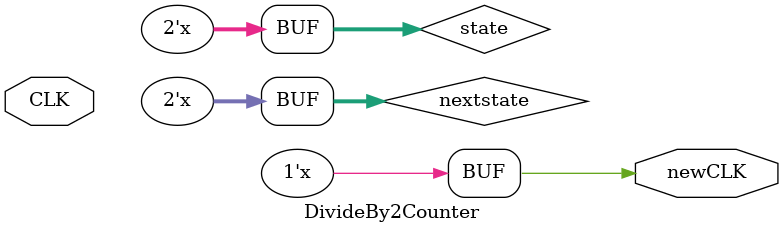
<source format=v>
`timescale 1ns / 1ps

module DivideBy10Counter (CLK, newCLK);
    input CLK;
    output reg newCLK;
    reg [3:0] state = 4'b0000, nextstate= 4'b0000;
    parameter S0=4'b0, S1=4'b1, S2=4'b10, S3=4'b11, S4=4'b100, S5=4'b101, S6=4'b110, S7=4'b111,
           S8=4'b1000, S9=4'b1001, S10=4'b1010, S11=4'b1011, S12=4'b1100, S13=4'b1101, S14=4'b1110,
           S15=4'b1111;
    
    always @ (CLK) begin
           if(CLK == 0) begin
                state <= nextstate;         
           end
           case (state)
                 S0: begin nextstate = S1; newCLK = 1'b0; end
                 S1: begin nextstate = S2; newCLK = 1'b0; end
                 S2: begin nextstate = S3; newCLK = 1'b0; end
                 S3: begin nextstate = S4; newCLK = 1'b0; end
                 S4: begin nextstate = S5; newCLK = 1'b0; end
                 S5: begin nextstate = S6; newCLK = 1'b0; end
                 S6: begin nextstate = S7; newCLK = 1'b0; end
                 S7: begin nextstate = S8; newCLK = 1'b0; end
                 S8: begin nextstate = S9; newCLK = 1'b0; end
                 S9: begin nextstate = S0; newCLK = 1'b1; end
                 S10: nextstate = S10;
                 S11: nextstate = S11;
                 S12: nextstate = S12;
                 S13: nextstate = S13;
                 S14: nextstate = S14;
                 S15: nextstate = S15;
           endcase
       end 
endmodule

//Divide-By-Five Counter
module DivideBy5Counter (CLK, newCLK);
    input CLK;
    output reg newCLK;
    reg [2:0] state, nextstate;
    parameter S0=3'b000, S1=3'b001, S2=3'b010, S3=3'b011, S4=3'b100, S5=3'b101, S6=3'b110, S7=3'b111;
    //Count to five in binary using a Moore machine model
    initial begin
        state = S0;
    end
    
    always @ (CLK) begin
           if(CLK == 0) begin
                state <= nextstate;         
           end
           case (state)
                  S0: begin nextstate = S1; newCLK = 1'b0; end
                  S1: begin nextstate = S2; newCLK = 1'b0; end
                  S2: begin nextstate = S3; newCLK = 1'b0; end
                  S3: begin nextstate = S4; newCLK = 1'b0; end
                  S4: begin nextstate = S0; newCLK = 1'b1; end
                  S5: nextstate = S5;
                  S6: nextstate = S6;
                  S7: nextstate = S7;
           endcase
     end
endmodule

// Divide-By-Two Counter
module DivideBy2Counter (CLK, newCLK);
    input CLK;
    output reg newCLK;
    reg [1:0] state = 2'b00, nextstate = 2'b00;  // Reduce the state width to 2 bits
    parameter S0=2'b00, S1=2'b01, S2=2'b10, S3=2'b11;  // Adjust the parameter values
    
    always @ (CLK) begin  // Change to posedge for synchronous operation
        if(CLK == 0) begin
            state <= nextstate;         
        end
        case (state)
            S0: begin nextstate = S1; newCLK = 1'b0; end
            S1: begin nextstate = S2; newCLK = 1'b1; end
            S2: begin nextstate = S3; newCLK = 1'b0; end
            S3: begin nextstate = S0; newCLK = 1'b1; end
        endcase
    end
endmodule

</source>
